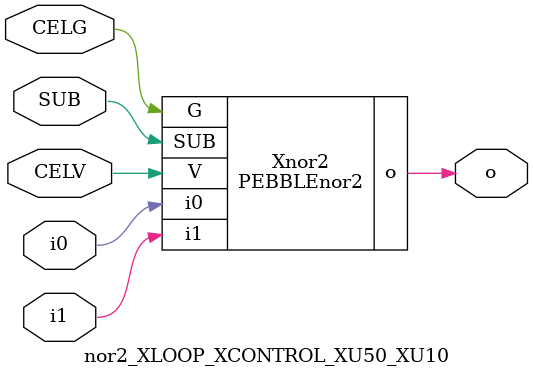
<source format=v>



module PEBBLEnor2 ( o, G, SUB, V, i0, i1 );

  input i0;
  input V;
  input i1;
  input G;
  output o;
  input SUB;
endmodule

//Celera Confidential Do Not Copy nor2_XLOOP_XCONTROL_XU50_XU10
//Celera Confidential Symbol Generator
//nor2
module nor2_XLOOP_XCONTROL_XU50_XU10 (CELV,CELG,i0,i1,o,SUB);
input CELV;
input CELG;
input i0;
input i1;
input SUB;
output o;

//Celera Confidential Do Not Copy nor2
PEBBLEnor2 Xnor2(
.V (CELV),
.i0 (i0),
.i1 (i1),
.o (o),
.SUB (SUB),
.G (CELG)
);
//,diesize,PEBBLEnor2

//Celera Confidential Do Not Copy Module End
//Celera Schematic Generator
endmodule

</source>
